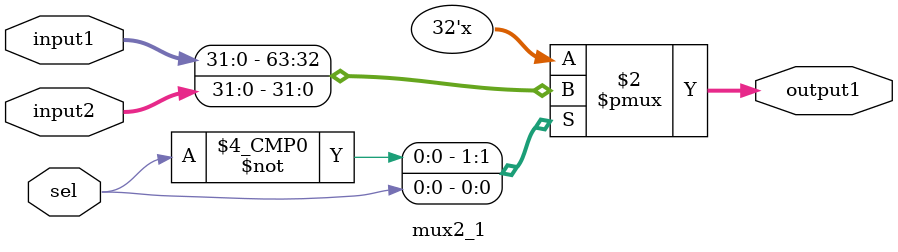
<source format=v>
module mux2_1( input1 , input2, sel, output1 );
  input [31:0] input1, input2;
  input sel;
  output reg [31:0]output1;
  
  
  always @(input1 or input2 or sel )
    begin 
      case(sel)
       
          1'b0:   output1[31:0]=input1[31:0];
          1'b1:  output1[31:0]=input2[31:0];
          
      endcase
    end
 endmodule   
</source>
